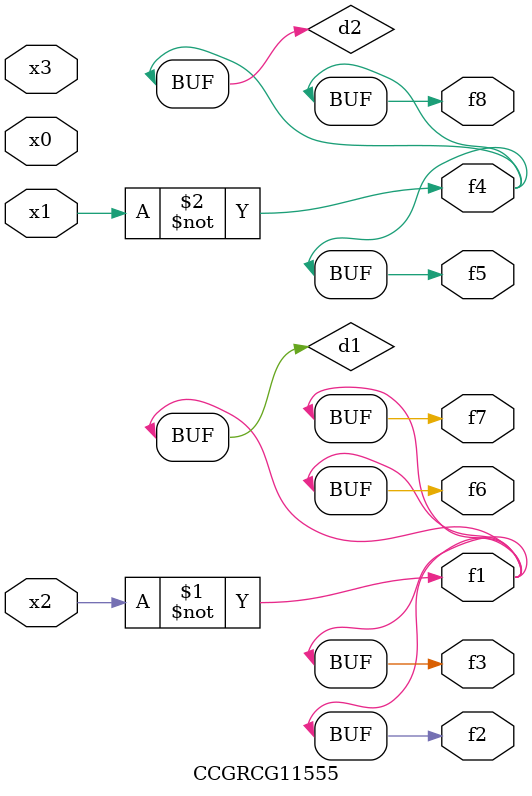
<source format=v>
module CCGRCG11555(
	input x0, x1, x2, x3,
	output f1, f2, f3, f4, f5, f6, f7, f8
);

	wire d1, d2;

	xnor (d1, x2);
	not (d2, x1);
	assign f1 = d1;
	assign f2 = d1;
	assign f3 = d1;
	assign f4 = d2;
	assign f5 = d2;
	assign f6 = d1;
	assign f7 = d1;
	assign f8 = d2;
endmodule

</source>
